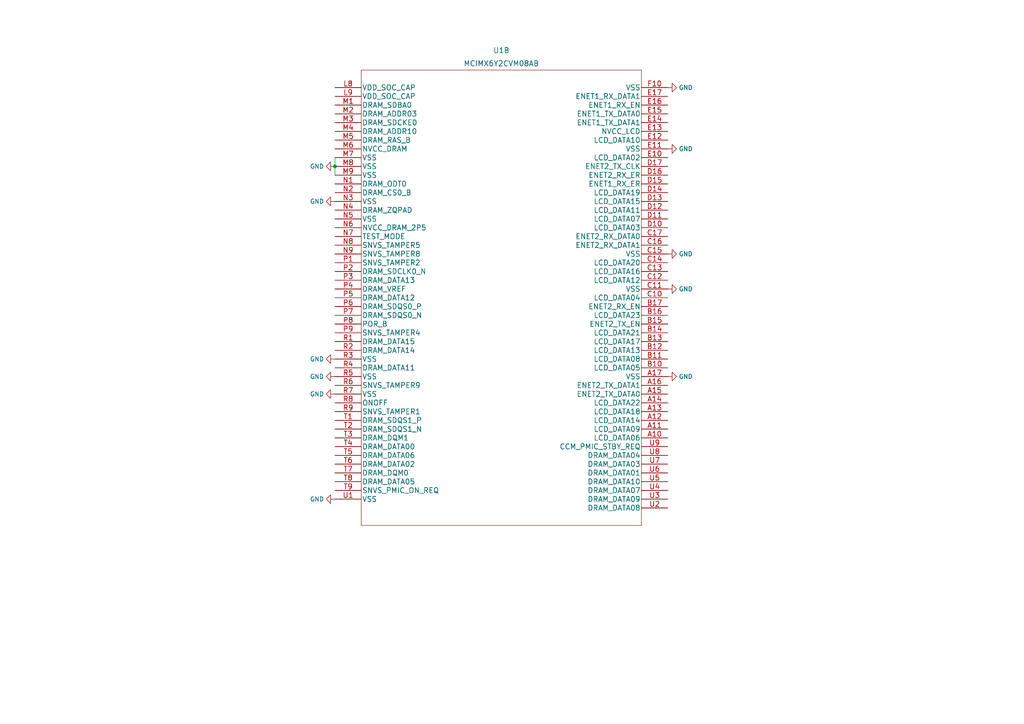
<source format=kicad_sch>
(kicad_sch (version 20211123) (generator eeschema)
  (paper "A4")
  (lib_symbols
    (symbol "MCIMX6Y2CVM08AB:MCIMX6Y2CVM08AB" (pin_names (offset 0.254))
      (property "Reference" "U" (at 35.56 10.16 0))
      (property "Value" "MCIMX6Y2CVM08AB" (at 35.56 7.62 0))
      (symbol "MCIMX6Y2CVM08AB_1_1"
        (polyline (pts (xy 7.62 -127) (xy 63.5 -127)) (stroke (width 0.127)))
        (polyline (pts (xy 7.62 5.08) (xy 7.62 -127)) (stroke (width 0.127)))
        (polyline (pts (xy 63.5 -127) (xy 63.5 5.08)) (stroke (width 0.127)))
        (polyline (pts (xy 63.5 5.08) (xy 7.62 5.08)) (stroke (width 0.127)))
        (pin power_in line (at 0 0 0) (length 7.62) (name "VSS") (number "A1"))
        (pin bidirectional line (at 0 -2.54 0) (length 7.62) (name "SD1_DATA3") (number "A2"))
        (pin bidirectional line (at 0 -5.08 0) (length 7.62) (name "NAND_READY_B") (number "A3"))
        (pin bidirectional line (at 0 -7.62 0) (length 7.62) (name "NAND_CLE") (number "A4"))
        (pin bidirectional line (at 0 -10.16 0) (length 7.62) (name "NAND_DATA07") (number "A5"))
        (pin bidirectional line (at 0 -12.7 0) (length 7.62) (name "NAND_DATA06") (number "A6"))
        (pin bidirectional line (at 0 -15.24 0) (length 7.62) (name "NAND_DATA02") (number "A7"))
        (pin bidirectional line (at 0 -17.78 0) (length 7.62) (name "LCD_CLK") (number "A8"))
        (pin bidirectional line (at 0 -20.32 0) (length 7.62) (name "LCD_DATA01") (number "A9"))
        (pin bidirectional line (at 0 -22.86 0) (length 7.62) (name "SD1_DATA2") (number "B1"))
        (pin bidirectional line (at 0 -25.4 0) (length 7.62) (name "SD1_DATA1") (number "B2"))
        (pin bidirectional line (at 0 -27.94 0) (length 7.62) (name "SD1_DATA0") (number "B3"))
        (pin bidirectional line (at 0 -30.48 0) (length 7.62) (name "NAND_ALE") (number "B4"))
        (pin bidirectional line (at 0 -33.02 0) (length 7.62) (name "NAND_CE1_B") (number "B5"))
        (pin bidirectional line (at 0 -35.56 0) (length 7.62) (name "NAND_DATA05") (number "B6"))
        (pin bidirectional line (at 0 -38.1 0) (length 7.62) (name "NAND_DATA01") (number "B7"))
        (pin bidirectional line (at 0 -40.64 0) (length 7.62) (name "LCD_ENABLE") (number "B8"))
        (pin bidirectional line (at 0 -43.18 0) (length 7.62) (name "LCD_DATA00") (number "B9"))
        (pin bidirectional line (at 0 -45.72 0) (length 7.62) (name "SD1_CLK") (number "C1"))
        (pin bidirectional line (at 0 -48.26 0) (length 7.62) (name "SD1_CMD") (number "C2"))
        (pin power_in line (at 0 -50.8 0) (length 7.62) (name "VSS") (number "C3"))
        (pin power_in line (at 0 -53.34 0) (length 7.62) (name "NVCC_SD1") (number "C4"))
        (pin bidirectional line (at 0 -55.88 0) (length 7.62) (name "NAND_CE0_B") (number "C5"))
        (pin bidirectional line (at 0 -58.42 0) (length 7.62) (name "NAND_DATA04") (number "C6"))
        (pin power_in line (at 0 -60.96 0) (length 7.62) (name "VSS") (number "C7"))
        (pin bidirectional line (at 0 -63.5 0) (length 7.62) (name "NAND_WE_B") (number "C8"))
        (pin bidirectional line (at 0 -66.04 0) (length 7.62) (name "LCD_VSYNC") (number "C9"))
        (pin bidirectional line (at 0 -68.58 0) (length 7.62) (name "CSI_DATA07") (number "D1"))
        (pin bidirectional line (at 0 -71.12 0) (length 7.62) (name "CSI_DATA06") (number "D2"))
        (pin bidirectional line (at 0 -73.66 0) (length 7.62) (name "CSI_DATA05") (number "D3"))
        (pin bidirectional line (at 0 -76.2 0) (length 7.62) (name "CSI_DATA04") (number "D4"))
        (pin bidirectional line (at 0 -78.74 0) (length 7.62) (name "NAND_WP_B") (number "D5"))
        (pin bidirectional line (at 0 -81.28 0) (length 7.62) (name "NAND_DATA03") (number "D6"))
        (pin bidirectional line (at 0 -83.82 0) (length 7.62) (name "NAND_DATA00") (number "D7"))
        (pin bidirectional line (at 0 -86.36 0) (length 7.62) (name "NAND_RE_B") (number "D8"))
        (pin bidirectional line (at 0 -88.9 0) (length 7.62) (name "LCD_HSYNC") (number "D9"))
        (pin bidirectional line (at 0 -91.44 0) (length 7.62) (name "CSI_DATA03") (number "E1"))
        (pin bidirectional line (at 0 -93.98 0) (length 7.62) (name "CSI_DATA02") (number "E2"))
        (pin bidirectional line (at 0 -96.52 0) (length 7.62) (name "CSI_DATA01") (number "E3"))
        (pin bidirectional line (at 0 -99.06 0) (length 7.62) (name "CSI_DATA00") (number "E4"))
        (pin bidirectional line (at 0 -101.6 0) (length 7.62) (name "CSI_PIXCLK") (number "E5"))
        (pin bidirectional line (at 0 -104.14 0) (length 7.62) (name "NAND_DQS") (number "E6"))
        (pin power_in line (at 0 -106.68 0) (length 7.62) (name "NVCC_NAND") (number "E7"))
        (pin power_in line (at 0 -109.22 0) (length 7.62) (name "VSS") (number "E8"))
        (pin bidirectional line (at 0 -111.76 0) (length 7.62) (name "LCD_RESET") (number "E9"))
        (pin bidirectional line (at 0 -114.3 0) (length 7.62) (name "DRAM_ODT1") (number "F1"))
        (pin bidirectional line (at 0 -116.84 0) (length 7.62) (name "CSI_VSYNC") (number "F2"))
        (pin bidirectional line (at 0 -119.38 0) (length 7.62) (name "CSI_HSYNC") (number "F3"))
        (pin power_in line (at 71.12 -121.92 180) (length 7.62) (name "NVCC_CSI") (number "F4"))
        (pin bidirectional line (at 71.12 -119.38 180) (length 7.62) (name "CSI_MCLK") (number "F5"))
        (pin power_in line (at 71.12 -116.84 180) (length 7.62) (name "VSS") (number "F6"))
        (pin power_in line (at 71.12 -114.3 180) (length 7.62) (name "VSS") (number "F7"))
        (pin power_in line (at 71.12 -111.76 180) (length 7.62) (name "VSS") (number "F8"))
        (pin power_in line (at 71.12 -109.22 180) (length 7.62) (name "VSS") (number "F9"))
        (pin bidirectional line (at 71.12 -106.68 180) (length 7.62) (name "DRAM_ADDR14") (number "G1"))
        (pin bidirectional line (at 71.12 -104.14 180) (length 7.62) (name "DRAM_ADDR06") (number "G2"))
        (pin power_in line (at 71.12 -101.6 180) (length 7.62) (name "VSS") (number "G3"))
        (pin bidirectional line (at 71.12 -99.06 180) (length 7.62) (name "DRAM_RESET") (number "G4"))
        (pin power_in line (at 71.12 -96.52 180) (length 7.62) (name "VSS") (number "G5"))
        (pin power_in line (at 71.12 -93.98 180) (length 7.62) (name "NVCC_DRAM") (number "G6"))
        (pin power_in line (at 71.12 -91.44 180) (length 7.62) (name "VSS") (number "G7"))
        (pin power_in line (at 71.12 -88.9 180) (length 7.62) (name "VDD_SOC_CAP") (number "G8"))
        (pin power_in line (at 71.12 -86.36 180) (length 7.62) (name "VDD_ARM_CAP") (number "G9"))
        (pin bidirectional line (at 71.12 -83.82 180) (length 7.62) (name "DRAM_SDBA1") (number "H1"))
        (pin bidirectional line (at 71.12 -81.28 180) (length 7.62) (name "DRAM_ADDR01") (number "H2"))
        (pin bidirectional line (at 71.12 -78.74 180) (length 7.62) (name "DRAM_ADDR13") (number "H3"))
        (pin bidirectional line (at 71.12 -76.2 180) (length 7.62) (name "DRAM_ADDR07") (number "H4"))
        (pin bidirectional line (at 71.12 -73.66 180) (length 7.62) (name "DRAM_CS1_B") (number "H5"))
        (pin power_in line (at 71.12 -71.12 180) (length 7.62) (name "NVCC_DRAM") (number "H6"))
        (pin power_in line (at 71.12 -68.58 180) (length 7.62) (name "VSS") (number "H7"))
        (pin power_in line (at 71.12 -66.04 180) (length 7.62) (name "VDD_SOC_CAP") (number "H8"))
        (pin power_in line (at 71.12 -63.5 180) (length 7.62) (name "VDD_SOC_IN") (number "H9"))
        (pin bidirectional line (at 71.12 -60.96 180) (length 7.62) (name "DRAM_SDWE_B") (number "J1"))
        (pin bidirectional line (at 71.12 -58.42 180) (length 7.62) (name "DRAM_CAS_B") (number "J2"))
        (pin bidirectional line (at 71.12 -55.88 180) (length 7.62) (name "DRAM_SDCKE1") (number "J3"))
        (pin bidirectional line (at 71.12 -53.34 180) (length 7.62) (name "DRAM_ADDR08") (number "J4"))
        (pin power_in line (at 71.12 -50.8 180) (length 7.62) (name "VSS") (number "J5"))
        (pin power_in line (at 71.12 -48.26 180) (length 7.62) (name "NVCC_DRAM") (number "J6"))
        (pin power_in line (at 71.12 -45.72 180) (length 7.62) (name "VSS") (number "J7"))
        (pin power_in line (at 71.12 -43.18 180) (length 7.62) (name "VDD_SOC_CAP") (number "J8"))
        (pin power_in line (at 71.12 -40.64 180) (length 7.62) (name "VDD_SOC_IN") (number "J9"))
        (pin bidirectional line (at 71.12 -38.1 180) (length 7.62) (name "DRAM_ADDR02") (number "K1"))
        (pin bidirectional line (at 71.12 -35.56 180) (length 7.62) (name "DRAM_SDBA2") (number "K2"))
        (pin bidirectional line (at 71.12 -33.02 180) (length 7.62) (name "DRAM_ADDR11") (number "K3"))
        (pin bidirectional line (at 71.12 -30.48 180) (length 7.62) (name "DRAM_ADDR04") (number "K4"))
        (pin power_in line (at 71.12 -27.94 180) (length 7.62) (name "NVCC_DRAM") (number "K5"))
        (pin unspecified line (at 71.12 -25.4 180) (length 7.62) (name "K6") (number "K6"))
        (pin power_in line (at 71.12 -22.86 180) (length 7.62) (name "VSS") (number "K7"))
        (pin power_in line (at 71.12 -20.32 180) (length 7.62) (name "VDD_SOC_CAP") (number "K8"))
        (pin power_in line (at 71.12 -17.78 180) (length 7.62) (name "VDD_SOC_IN") (number "K9"))
        (pin bidirectional line (at 71.12 -15.24 180) (length 7.62) (name "DRAM_ADDR05") (number "L1"))
        (pin bidirectional line (at 71.12 -12.7 180) (length 7.62) (name "DRAM_ADDR09") (number "L2"))
        (pin power_in line (at 71.12 -10.16 180) (length 7.62) (name "VSS") (number "L3"))
        (pin bidirectional line (at 71.12 -7.62 180) (length 7.62) (name "DRAM_ADDR12") (number "L4"))
        (pin bidirectional line (at 71.12 -5.08 180) (length 7.62) (name "DRAM_ADDR00") (number "L5"))
        (pin power_in line (at 71.12 -2.54 180) (length 7.62) (name "NVCC_DRAM") (number "L6"))
        (pin power_in line (at 71.12 0 180) (length 7.62) (name "VSS") (number "L7"))
      )
      (symbol "MCIMX6Y2CVM08AB_2_1"
        (polyline (pts (xy 7.62 -127) (xy 88.9 -127)) (stroke (width 0.127)))
        (polyline (pts (xy 7.62 5.08) (xy 7.62 -127)) (stroke (width 0.127)))
        (polyline (pts (xy 88.9 -127) (xy 88.9 5.08)) (stroke (width 0.127)))
        (polyline (pts (xy 88.9 5.08) (xy 7.62 5.08)) (stroke (width 0.127)))
        (pin bidirectional line (at 96.52 -101.6 180) (length 7.62) (name "LCD_DATA06") (number "A10"))
        (pin bidirectional line (at 96.52 -99.06 180) (length 7.62) (name "LCD_DATA09") (number "A11"))
        (pin bidirectional line (at 96.52 -96.52 180) (length 7.62) (name "LCD_DATA14") (number "A12"))
        (pin bidirectional line (at 96.52 -93.98 180) (length 7.62) (name "LCD_DATA18") (number "A13"))
        (pin bidirectional line (at 96.52 -91.44 180) (length 7.62) (name "LCD_DATA22") (number "A14"))
        (pin bidirectional line (at 96.52 -88.9 180) (length 7.62) (name "ENET2_TX_DATA0") (number "A15"))
        (pin bidirectional line (at 96.52 -86.36 180) (length 7.62) (name "ENET2_TX_DATA1") (number "A16"))
        (pin power_in line (at 96.52 -83.82 180) (length 7.62) (name "VSS") (number "A17"))
        (pin bidirectional line (at 96.52 -81.28 180) (length 7.62) (name "LCD_DATA05") (number "B10"))
        (pin bidirectional line (at 96.52 -78.74 180) (length 7.62) (name "LCD_DATA08") (number "B11"))
        (pin bidirectional line (at 96.52 -76.2 180) (length 7.62) (name "LCD_DATA13") (number "B12"))
        (pin bidirectional line (at 96.52 -73.66 180) (length 7.62) (name "LCD_DATA17") (number "B13"))
        (pin bidirectional line (at 96.52 -71.12 180) (length 7.62) (name "LCD_DATA21") (number "B14"))
        (pin bidirectional line (at 96.52 -68.58 180) (length 7.62) (name "ENET2_TX_EN") (number "B15"))
        (pin bidirectional line (at 96.52 -66.04 180) (length 7.62) (name "LCD_DATA23") (number "B16"))
        (pin bidirectional line (at 96.52 -63.5 180) (length 7.62) (name "ENET2_RX_EN") (number "B17"))
        (pin bidirectional line (at 96.52 -60.96 180) (length 7.62) (name "LCD_DATA04") (number "C10"))
        (pin power_in line (at 96.52 -58.42 180) (length 7.62) (name "VSS") (number "C11"))
        (pin bidirectional line (at 96.52 -55.88 180) (length 7.62) (name "LCD_DATA12") (number "C12"))
        (pin bidirectional line (at 96.52 -53.34 180) (length 7.62) (name "LCD_DATA16") (number "C13"))
        (pin bidirectional line (at 96.52 -50.8 180) (length 7.62) (name "LCD_DATA20") (number "C14"))
        (pin power_in line (at 96.52 -48.26 180) (length 7.62) (name "VSS") (number "C15"))
        (pin bidirectional line (at 96.52 -45.72 180) (length 7.62) (name "ENET2_RX_DATA1") (number "C16"))
        (pin bidirectional line (at 96.52 -43.18 180) (length 7.62) (name "ENET2_RX_DATA0") (number "C17"))
        (pin bidirectional line (at 96.52 -40.64 180) (length 7.62) (name "LCD_DATA03") (number "D10"))
        (pin bidirectional line (at 96.52 -38.1 180) (length 7.62) (name "LCD_DATA07") (number "D11"))
        (pin bidirectional line (at 96.52 -35.56 180) (length 7.62) (name "LCD_DATA11") (number "D12"))
        (pin bidirectional line (at 96.52 -33.02 180) (length 7.62) (name "LCD_DATA15") (number "D13"))
        (pin bidirectional line (at 96.52 -30.48 180) (length 7.62) (name "LCD_DATA19") (number "D14"))
        (pin bidirectional line (at 96.52 -27.94 180) (length 7.62) (name "ENET1_RX_ER") (number "D15"))
        (pin bidirectional line (at 96.52 -25.4 180) (length 7.62) (name "ENET2_RX_ER") (number "D16"))
        (pin bidirectional line (at 96.52 -22.86 180) (length 7.62) (name "ENET2_TX_CLK") (number "D17"))
        (pin bidirectional line (at 96.52 -20.32 180) (length 7.62) (name "LCD_DATA02") (number "E10"))
        (pin power_in line (at 96.52 -17.78 180) (length 7.62) (name "VSS") (number "E11"))
        (pin bidirectional line (at 96.52 -15.24 180) (length 7.62) (name "LCD_DATA10") (number "E12"))
        (pin power_in line (at 96.52 -12.7 180) (length 7.62) (name "NVCC_LCD") (number "E13"))
        (pin bidirectional line (at 96.52 -10.16 180) (length 7.62) (name "ENET1_TX_DATA1") (number "E14"))
        (pin bidirectional line (at 96.52 -7.62 180) (length 7.62) (name "ENET1_TX_DATA0") (number "E15"))
        (pin bidirectional line (at 96.52 -5.08 180) (length 7.62) (name "ENET1_RX_EN") (number "E16"))
        (pin bidirectional line (at 96.52 -2.54 180) (length 7.62) (name "ENET1_RX_DATA1") (number "E17"))
        (pin power_in line (at 96.52 0 180) (length 7.62) (name "VSS") (number "F10"))
        (pin power_in line (at 0 0 0) (length 7.62) (name "VDD_SOC_CAP") (number "L8"))
        (pin power_in line (at 0 -2.54 0) (length 7.62) (name "VDD_SOC_CAP") (number "L9"))
        (pin bidirectional line (at 0 -5.08 0) (length 7.62) (name "DRAM_SDBA0") (number "M1"))
        (pin bidirectional line (at 0 -7.62 0) (length 7.62) (name "DRAM_ADDR03") (number "M2"))
        (pin bidirectional line (at 0 -10.16 0) (length 7.62) (name "DRAM_SDCKE0") (number "M3"))
        (pin bidirectional line (at 0 -12.7 0) (length 7.62) (name "DRAM_ADDR10") (number "M4"))
        (pin bidirectional line (at 0 -15.24 0) (length 7.62) (name "DRAM_RAS_B") (number "M5"))
        (pin power_in line (at 0 -17.78 0) (length 7.62) (name "NVCC_DRAM") (number "M6"))
        (pin power_in line (at 0 -20.32 0) (length 7.62) (name "VSS") (number "M7"))
        (pin power_in line (at 0 -22.86 0) (length 7.62) (name "VSS") (number "M8"))
        (pin power_in line (at 0 -25.4 0) (length 7.62) (name "VSS") (number "M9"))
        (pin bidirectional line (at 0 -27.94 0) (length 7.62) (name "DRAM_ODT0") (number "N1"))
        (pin bidirectional line (at 0 -30.48 0) (length 7.62) (name "DRAM_CS0_B") (number "N2"))
        (pin power_in line (at 0 -33.02 0) (length 7.62) (name "VSS") (number "N3"))
        (pin bidirectional line (at 0 -35.56 0) (length 7.62) (name "DRAM_ZQPAD") (number "N4"))
        (pin power_in line (at 0 -38.1 0) (length 7.62) (name "VSS") (number "N5"))
        (pin power_in line (at 0 -40.64 0) (length 7.62) (name "NVCC_DRAM_2P5") (number "N6"))
        (pin input line (at 0 -43.18 0) (length 7.62) (name "TEST_MODE") (number "N7"))
        (pin bidirectional line (at 0 -45.72 0) (length 7.62) (name "SNVS_TAMPER5") (number "N8"))
        (pin bidirectional line (at 0 -48.26 0) (length 7.62) (name "SNVS_TAMPER8") (number "N9"))
        (pin bidirectional line (at 0 -50.8 0) (length 7.62) (name "SNVS_TAMPER2") (number "P1"))
        (pin bidirectional line (at 0 -53.34 0) (length 7.62) (name "DRAM_SDCLK0_N") (number "P2"))
        (pin bidirectional line (at 0 -55.88 0) (length 7.62) (name "DRAM_DATA13") (number "P3"))
        (pin power_in line (at 0 -58.42 0) (length 7.62) (name "DRAM_VREF") (number "P4"))
        (pin bidirectional line (at 0 -60.96 0) (length 7.62) (name "DRAM_DATA12") (number "P5"))
        (pin bidirectional line (at 0 -63.5 0) (length 7.62) (name "DRAM_SDQS0_P") (number "P6"))
        (pin bidirectional line (at 0 -66.04 0) (length 7.62) (name "DRAM_SDQS0_N") (number "P7"))
        (pin input line (at 0 -68.58 0) (length 7.62) (name "POR_B") (number "P8"))
        (pin bidirectional line (at 0 -71.12 0) (length 7.62) (name "SNVS_TAMPER4") (number "P9"))
        (pin bidirectional line (at 0 -73.66 0) (length 7.62) (name "DRAM_DATA15") (number "R1"))
        (pin bidirectional line (at 0 -76.2 0) (length 7.62) (name "DRAM_DATA14") (number "R2"))
        (pin power_in line (at 0 -78.74 0) (length 7.62) (name "VSS") (number "R3"))
        (pin bidirectional line (at 0 -81.28 0) (length 7.62) (name "DRAM_DATA11") (number "R4"))
        (pin power_in line (at 0 -83.82 0) (length 7.62) (name "VSS") (number "R5"))
        (pin bidirectional line (at 0 -86.36 0) (length 7.62) (name "SNVS_TAMPER9") (number "R6"))
        (pin power_in line (at 0 -88.9 0) (length 7.62) (name "VSS") (number "R7"))
        (pin input line (at 0 -91.44 0) (length 7.62) (name "ONOFF") (number "R8"))
        (pin bidirectional line (at 0 -93.98 0) (length 7.62) (name "SNVS_TAMPER1") (number "R9"))
        (pin bidirectional line (at 0 -96.52 0) (length 7.62) (name "DRAM_SDQS1_P") (number "T1"))
        (pin bidirectional line (at 0 -99.06 0) (length 7.62) (name "DRAM_SDQS1_N") (number "T2"))
        (pin bidirectional line (at 0 -101.6 0) (length 7.62) (name "DRAM_DQM1") (number "T3"))
        (pin bidirectional line (at 0 -104.14 0) (length 7.62) (name "DRAM_DATA00") (number "T4"))
        (pin bidirectional line (at 0 -106.68 0) (length 7.62) (name "DRAM_DATA06") (number "T5"))
        (pin bidirectional line (at 0 -109.22 0) (length 7.62) (name "DRAM_DATA02") (number "T6"))
        (pin bidirectional line (at 0 -111.76 0) (length 7.62) (name "DRAM_DQM0") (number "T7"))
        (pin bidirectional line (at 0 -114.3 0) (length 7.62) (name "DRAM_DATA05") (number "T8"))
        (pin bidirectional line (at 0 -116.84 0) (length 7.62) (name "SNVS_PMIC_ON_REQ") (number "T9"))
        (pin power_in line (at 0 -119.38 0) (length 7.62) (name "VSS") (number "U1"))
        (pin bidirectional line (at 96.52 -121.92 180) (length 7.62) (name "DRAM_DATA08") (number "U2"))
        (pin bidirectional line (at 96.52 -119.38 180) (length 7.62) (name "DRAM_DATA09") (number "U3"))
        (pin bidirectional line (at 96.52 -116.84 180) (length 7.62) (name "DRAM_DATA07") (number "U4"))
        (pin bidirectional line (at 96.52 -114.3 180) (length 7.62) (name "DRAM_DATA10") (number "U5"))
        (pin bidirectional line (at 96.52 -111.76 180) (length 7.62) (name "DRAM_DATA01") (number "U6"))
        (pin bidirectional line (at 96.52 -109.22 180) (length 7.62) (name "DRAM_DATA03") (number "U7"))
        (pin bidirectional line (at 96.52 -106.68 180) (length 7.62) (name "DRAM_DATA04") (number "U8"))
        (pin unspecified line (at 96.52 -104.14 180) (length 7.62) (name "CCM_PMIC_STBY_REQ") (number "U9"))
      )
      (symbol "MCIMX6Y2CVM08AB_3_1"
        (polyline (pts (xy 7.62 -124.46) (xy 73.66 -124.46)) (stroke (width 0.127)))
        (polyline (pts (xy 7.62 5.08) (xy 7.62 -124.46)) (stroke (width 0.127)))
        (polyline (pts (xy 73.66 -124.46) (xy 73.66 5.08)) (stroke (width 0.127)))
        (polyline (pts (xy 73.66 5.08) (xy 7.62 5.08)) (stroke (width 0.127)))
        (pin power_in line (at 0 0 0) (length 7.62) (name "VSS") (number "F11"))
        (pin power_in line (at 0 -2.54 0) (length 7.62) (name "VSS") (number "F12"))
        (pin power_in line (at 0 -5.08 0) (length 7.62) (name "NVCC_ENET") (number "F13"))
        (pin bidirectional line (at 0 -7.62 0) (length 7.62) (name "ENET1_TX_CLK") (number "F14"))
        (pin bidirectional line (at 0 -10.16 0) (length 7.62) (name "ENET1_TX_EN") (number "F15"))
        (pin bidirectional line (at 0 -12.7 0) (length 7.62) (name "ENET1_RX_DATA0") (number "F16"))
        (pin bidirectional line (at 0 -15.24 0) (length 7.62) (name "UART5_TX_DATA") (number "F17"))
        (pin power_in line (at 0 -17.78 0) (length 7.62) (name "VDD_ARM_CAP") (number "G10"))
        (pin power_in line (at 0 -20.32 0) (length 7.62) (name "VDD_ARM_CAP") (number "G11"))
        (pin power_in line (at 0 -22.86 0) (length 7.62) (name "VSS") (number "G12"))
        (pin bidirectional line (at 0 -25.4 0) (length 7.62) (name "UART5_RX_DATA") (number "G13"))
        (pin bidirectional line (at 0 -27.94 0) (length 7.62) (name "UART3_RTS_B") (number "G14"))
        (pin power_in line (at 0 -30.48 0) (length 7.62) (name "VSS") (number "G15"))
        (pin bidirectional line (at 0 -33.02 0) (length 7.62) (name "UART4_RX_DATA") (number "G16"))
        (pin bidirectional line (at 0 -35.56 0) (length 7.62) (name "UART4_TX_DATA") (number "G17"))
        (pin power_in line (at 0 -38.1 0) (length 7.62) (name "VDD_SOC_IN") (number "H10"))
        (pin power_in line (at 0 -40.64 0) (length 7.62) (name "VDD_ARM_CAP") (number "H11"))
        (pin power_in line (at 0 -43.18 0) (length 7.62) (name "VSS") (number "H12"))
        (pin power_in line (at 0 -45.72 0) (length 7.62) (name "NVCC_UART") (number "H13"))
        (pin bidirectional line (at 0 -48.26 0) (length 7.62) (name "UART2_RTS_B") (number "H14"))
        (pin bidirectional line (at 0 -50.8 0) (length 7.62) (name "UART3_CTS_B") (number "H15"))
        (pin bidirectional line (at 0 -53.34 0) (length 7.62) (name "UART3_RX_DATA") (number "H16"))
        (pin bidirectional line (at 0 -55.88 0) (length 7.62) (name "UART3_TX_DATA") (number "H17"))
        (pin power_in line (at 0 -58.42 0) (length 7.62) (name "VDD_SOC_IN") (number "J10"))
        (pin power_in line (at 0 -60.96 0) (length 7.62) (name "VDD_SOC_CAP") (number "J11"))
        (pin power_in line (at 0 -63.5 0) (length 7.62) (name "VSS") (number "J12"))
        (pin power_in line (at 0 -66.04 0) (length 7.62) (name "NVCC_GPIO") (number "J13"))
        (pin bidirectional line (at 0 -68.58 0) (length 7.62) (name "UART1_RTS_B") (number "J14"))
        (pin bidirectional line (at 0 -71.12 0) (length 7.62) (name "UART2_CTS_B") (number "J15"))
        (pin bidirectional line (at 0 -73.66 0) (length 7.62) (name "UART2_RX_DATA") (number "J16"))
        (pin bidirectional line (at 0 -76.2 0) (length 7.62) (name "UART2_TX_DATA") (number "J17"))
        (pin power_in line (at 0 -78.74 0) (length 7.62) (name "VDD_SOC_IN") (number "K10"))
        (pin power_in line (at 0 -81.28 0) (length 7.62) (name "VDD_SOC_CAP") (number "K11"))
        (pin power_in line (at 0 -83.82 0) (length 7.62) (name "VSS") (number "K12"))
        (pin bidirectional line (at 0 -86.36 0) (length 7.62) (name "GPIO1_IO00") (number "K13"))
        (pin bidirectional line (at 0 -88.9 0) (length 7.62) (name "UART1_TX_DATA") (number "K14"))
        (pin bidirectional line (at 0 -91.44 0) (length 7.62) (name "UART1_CTS_B") (number "K15"))
        (pin bidirectional line (at 0 -93.98 0) (length 7.62) (name "UART1_RX_DATA") (number "K16"))
        (pin bidirectional line (at 0 -96.52 0) (length 7.62) (name "GPIO1_IO06") (number "K17"))
        (pin power_in line (at 0 -99.06 0) (length 7.62) (name "VDD_SOC_CAP") (number "L10"))
        (pin power_in line (at 0 -101.6 0) (length 7.62) (name "VDD_SOC_CAP") (number "L11"))
        (pin power_in line (at 0 -104.14 0) (length 7.62) (name "VSS") (number "L12"))
        (pin power_in line (at 0 -106.68 0) (length 7.62) (name "VDDA_ADC_3P3") (number "L13"))
        (pin bidirectional line (at 0 -109.22 0) (length 7.62) (name "GPIO1_IO02") (number "L14"))
        (pin bidirectional line (at 0 -111.76 0) (length 7.62) (name "GPIO1_IO01") (number "L15"))
        (pin bidirectional line (at 0 -114.3 0) (length 7.62) (name "GPIO1_IO07") (number "L16"))
        (pin bidirectional line (at 0 -116.84 0) (length 7.62) (name "GPIO1_IO03") (number "L17"))
        (pin power_in line (at 0 -119.38 0) (length 7.62) (name "VSS") (number "M10"))
        (pin power_in line (at 81.28 -119.38 180) (length 7.62) (name "VSS") (number "M11"))
        (pin power_in line (at 81.28 -116.84 180) (length 7.62) (name "NGND_KEL0") (number "M12"))
        (pin power_in line (at 81.28 -114.3 180) (length 7.62) (name "ADC_VREFH") (number "M13"))
        (pin input line (at 81.28 -111.76 180) (length 7.62) (name "JTAG_TCK") (number "M14"))
        (pin bidirectional line (at 81.28 -109.22 180) (length 7.62) (name "GPIO1_IO09") (number "M15"))
        (pin bidirectional line (at 81.28 -106.68 180) (length 7.62) (name "GPIO1_IO04") (number "M16"))
        (pin bidirectional line (at 81.28 -104.14 180) (length 7.62) (name "GPIO1_IO05") (number "M17"))
        (pin bidirectional line (at 81.28 -101.6 180) (length 7.62) (name "SNVS_TAMPER7") (number "N10"))
        (pin bidirectional line (at 81.28 -99.06 180) (length 7.62) (name "SNVS_TAMPER6") (number "N11"))
        (pin power_in line (at 81.28 -96.52 180) (length 7.62) (name "VDD_SNVS_CAP") (number "N12"))
        (pin power_in line (at 81.28 -93.98 180) (length 7.62) (name "VDD_HIGH_IN") (number "N13"))
        (pin input line (at 81.28 -91.44 180) (length 7.62) (name "JTAG_TRST_B") (number "N14"))
        (pin output line (at 81.28 -88.9 180) (length 7.62) (name "JTAG_TDO") (number "N15"))
        (pin input line (at 81.28 -86.36 180) (length 7.62) (name "JTAG_TDI") (number "N16"))
        (pin bidirectional line (at 81.28 -83.82 180) (length 7.62) (name "GPIO1_IO08") (number "N17"))
        (pin bidirectional line (at 81.28 -81.28 180) (length 7.62) (name "SNVS_TAMPER3") (number "P10"))
        (pin unspecified line (at 81.28 -78.74 180) (length 7.62) (name "P11") (number "P11"))
        (pin power_in line (at 81.28 -76.2 180) (length 7.62) (name "VDD_SNVS_IN") (number "P12"))
        (pin power_in line (at 81.28 -73.66 180) (length 7.62) (name "NVCC_PLL") (number "P13"))
        (pin input line (at 81.28 -71.12 180) (length 7.62) (name "JTAG_TMS") (number "P14"))
        (pin input line (at 81.28 -68.58 180) (length 7.62) (name "JTAG_MOD") (number "P15"))
        (pin bidirectional line (at 81.28 -66.04 180) (length 7.62) (name "CCM_CLK1_N") (number "P16"))
        (pin bidirectional line (at 81.28 -63.5 180) (length 7.62) (name "CCM_CLK1_P") (number "P17"))
        (pin bidirectional line (at 81.28 -60.96 180) (length 7.62) (name "SNVS_TAMPER0") (number "R10"))
        (pin power_in line (at 81.28 -58.42 180) (length 7.62) (name "VSS") (number "R11"))
        (pin power_in line (at 81.28 -55.88 180) (length 7.62) (name "VDD_USB_CAP") (number "R12"))
        (pin power_in line (at 81.28 -53.34 180) (length 7.62) (name "GPANAIO") (number "R13"))
        (pin power_in line (at 81.28 -50.8 180) (length 7.62) (name "VDD_HIGH_CAP") (number "R14"))
        (pin power_in line (at 81.28 -48.26 180) (length 7.62) (name "VDD_HIGH_CAP") (number "R15"))
        (pin power_in line (at 81.28 -45.72 180) (length 7.62) (name "VSS") (number "R16"))
        (pin power_in line (at 81.28 -43.18 180) (length 7.62) (name "VSS") (number "R17"))
        (pin bidirectional line (at 81.28 -40.64 180) (length 7.62) (name "BOOT_MODE0") (number "T10"))
        (pin unspecified line (at 81.28 -38.1 180) (length 7.62) (name "RTC_XTALI") (number "T11"))
        (pin unspecified line (at 81.28 -35.56 180) (length 7.62) (name "USB_OTG1_VBUS") (number "T12"))
        (pin unspecified line (at 81.28 -33.02 180) (length 7.62) (name "USB_OTG2_DN") (number "T13"))
        (pin power_in line (at 81.28 -30.48 180) (length 7.62) (name "VSS") (number "T14"))
        (pin unspecified line (at 81.28 -27.94 180) (length 7.62) (name "USB_OTG1_DN") (number "T15"))
        (pin unspecified line (at 81.28 -25.4 180) (length 7.62) (name "XTALI") (number "T16"))
        (pin unspecified line (at 81.28 -22.86 180) (length 7.62) (name "XTALO") (number "T17"))
        (pin bidirectional line (at 81.28 -20.32 180) (length 7.62) (name "BOOT_MODE1") (number "U10"))
        (pin unspecified line (at 81.28 -17.78 180) (length 7.62) (name "RTC_XTALO") (number "U11"))
        (pin power_in line (at 81.28 -15.24 180) (length 7.62) (name "USB_OTG2_VBUS") (number "U12"))
        (pin unspecified line (at 81.28 -12.7 180) (length 7.62) (name "USB_OTG2_DP") (number "U13"))
        (pin power_in line (at 81.28 -10.16 180) (length 7.62) (name "VSS") (number "U14"))
        (pin unspecified line (at 81.28 -7.62 180) (length 7.62) (name "USB_OTG1_DP") (number "U15"))
        (pin unspecified line (at 81.28 -5.08 180) (length 7.62) (name "USB_OTG1_CHD_B") (number "U16"))
        (pin power_in line (at 81.28 -2.54 180) (length 7.62) (name "VSS") (number "U17"))
      )
    )
    (symbol "power:GND" (power) (pin_names (offset 0))
      (property "Value" "GND" (at 0 -3.81 0))
      (symbol "GND_0_1"
        (polyline (pts (xy 0 0) (xy 0 -1.27) (xy 1.27 -1.27) (xy 0 -2.54) (xy -1.27 -1.27) (xy 0 -1.27)))
      )
      (symbol "GND_1_1"
        (pin power_in line (at 0 0 270) (length 0) hide (name "GND") (number "1"))
      )
    )
  )
  (junction (at 97.155 48.26))
  (wire (pts (xy 97.155 45.72) (xy 97.155 48.26)))
  (wire (pts (xy 97.155 48.26) (xy 97.155 50.8)))
  (symbol (lib_id "power:GND") (at 193.675 109.22 90) (unit 1)
    (property "Reference" "#PWR?" (effects hide))
    (property "Value" "GND" (at 196.85 109.2199 90) (effects (justify right)))
  )
  (symbol (lib_id "power:GND") (at 97.155 48.26 270) (unit 1)
    (property "Reference" "#PWR?" (effects hide))
    (property "Value" "GND" (at 93.98 48.26 90) (effects (justify right)))
  )
  (symbol (lib_id "power:GND") (at 97.155 114.3 270) (unit 1)
    (property "Reference" "#PWR?" (effects hide))
    (property "Value" "GND" (at 93.98 114.2999 90) (effects (justify right)))
  )
  (symbol (lib_id "power:GND") (at 193.675 25.4 90) (unit 1)
    (property "Reference" "#PWR?" (effects hide))
    (property "Value" "GND" (at 196.85 25.3999 90) (effects (justify right)))
  )
  (symbol (lib_id "power:GND") (at 193.675 43.18 90) (unit 1)
    (property "Reference" "#PWR?" (effects hide))
    (property "Value" "GND" (at 196.85 43.1799 90) (effects (justify right)))
  )
  (symbol (lib_id "power:GND") (at 97.155 58.42 270) (unit 1)
    (property "Reference" "#PWR?" (effects hide))
    (property "Value" "GND" (at 93.98 58.4199 90) (effects (justify right)))
  )
  (symbol (lib_id "MCIMX6Y2CVM08AB:MCIMX6Y2CVM08AB") (at 97.155 25.4 0) (unit 2)
    (property "Reference" "U1" (at 145.415 14.605 0) (effects (font (size 1.524 1.524))))
    (property "Value" "MCIMX6Y2CVM08AB" (at 145.415 18.415 0) (effects (font (size 1.524 1.524))))
    (property "Footprint" "LFBGA289_SOT1534-2_NXP" (effects hide))
  )
  (symbol (lib_id "power:GND") (at 97.155 144.78 270) (unit 1)
    (property "Reference" "#PWR?" (effects hide))
    (property "Value" "GND" (at 93.98 144.7799 90) (effects (justify right)))
  )
  (symbol (lib_id "power:GND") (at 193.675 73.66 90) (unit 1)
    (property "Reference" "#PWR?" (effects hide))
    (property "Value" "GND" (at 196.85 73.6599 90) (effects (justify right)))
  )
  (symbol (lib_id "power:GND") (at 193.675 83.82 90) (unit 1)
    (property "Reference" "#PWR?" (effects hide))
    (property "Value" "GND" (at 196.85 83.8199 90) (effects (justify right)))
  )
  (symbol (lib_id "power:GND") (at 97.155 104.14 270) (unit 1)
    (property "Reference" "#PWR?" (effects hide))
    (property "Value" "GND" (at 93.98 104.1399 90) (effects (justify right)))
  )
  (symbol (lib_id "power:GND") (at 97.155 109.22 270) (unit 1)
    (property "Reference" "#PWR?" (effects hide))
    (property "Value" "GND" (at 93.98 109.2199 90) (effects (justify right)))
  )
)
</source>
